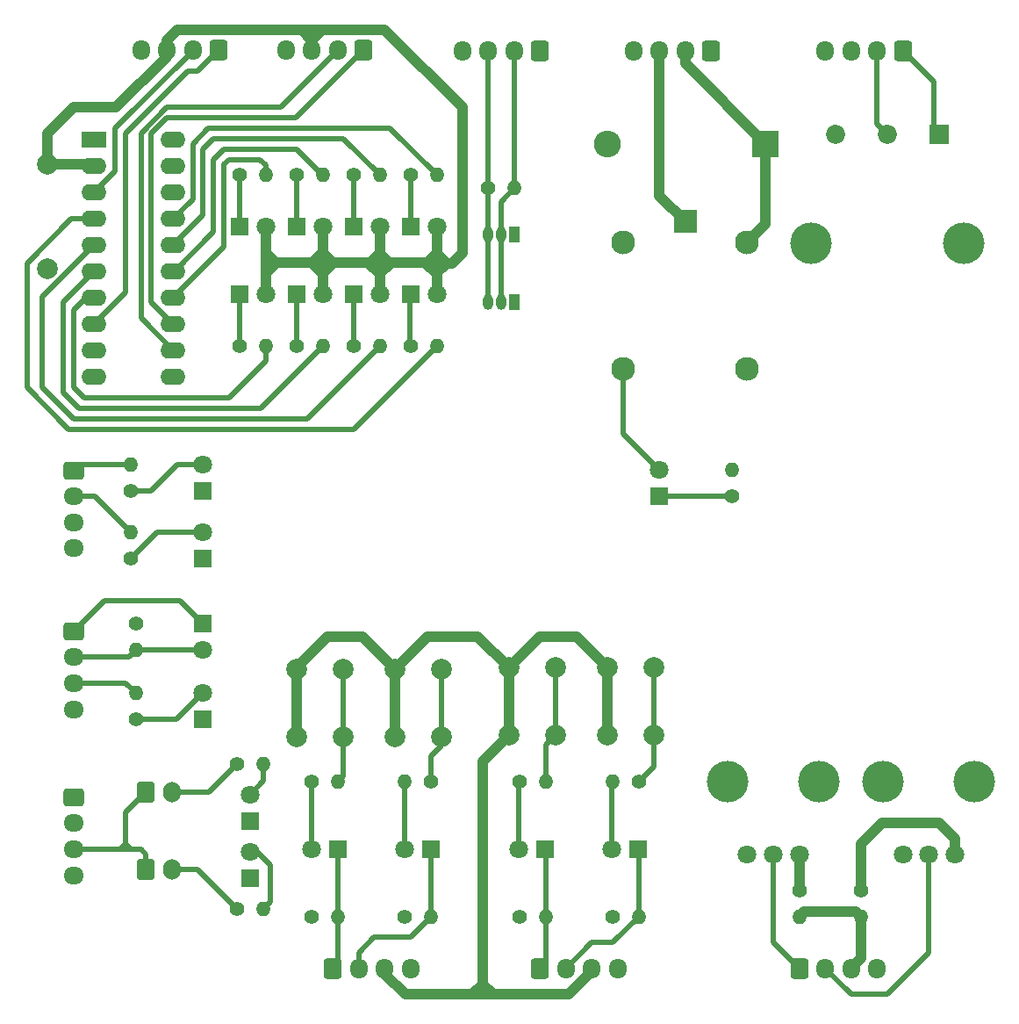
<source format=gtl>
G04 #@! TF.GenerationSoftware,KiCad,Pcbnew,(6.0.1)*
G04 #@! TF.CreationDate,2023-03-10T14:23:20+00:00*
G04 #@! TF.ProjectId,training_board_v02,74726169-6e69-46e6-975f-626f6172645f,rev?*
G04 #@! TF.SameCoordinates,Original*
G04 #@! TF.FileFunction,Copper,L1,Top*
G04 #@! TF.FilePolarity,Positive*
%FSLAX46Y46*%
G04 Gerber Fmt 4.6, Leading zero omitted, Abs format (unit mm)*
G04 Created by KiCad (PCBNEW (6.0.1)) date 2023-03-10 14:23:20*
%MOMM*%
%LPD*%
G01*
G04 APERTURE LIST*
G04 Aperture macros list*
%AMRoundRect*
0 Rectangle with rounded corners*
0 $1 Rounding radius*
0 $2 $3 $4 $5 $6 $7 $8 $9 X,Y pos of 4 corners*
0 Add a 4 corners polygon primitive as box body*
4,1,4,$2,$3,$4,$5,$6,$7,$8,$9,$2,$3,0*
0 Add four circle primitives for the rounded corners*
1,1,$1+$1,$2,$3*
1,1,$1+$1,$4,$5*
1,1,$1+$1,$6,$7*
1,1,$1+$1,$8,$9*
0 Add four rect primitives between the rounded corners*
20,1,$1+$1,$2,$3,$4,$5,0*
20,1,$1+$1,$4,$5,$6,$7,0*
20,1,$1+$1,$6,$7,$8,$9,0*
20,1,$1+$1,$8,$9,$2,$3,0*%
G04 Aperture macros list end*
G04 #@! TA.AperFunction,ComponentPad*
%ADD10R,1.800000X1.800000*%
G04 #@! TD*
G04 #@! TA.AperFunction,ComponentPad*
%ADD11C,1.800000*%
G04 #@! TD*
G04 #@! TA.AperFunction,ComponentPad*
%ADD12RoundRect,0.250000X-0.600000X-0.725000X0.600000X-0.725000X0.600000X0.725000X-0.600000X0.725000X0*%
G04 #@! TD*
G04 #@! TA.AperFunction,ComponentPad*
%ADD13O,1.700000X1.950000*%
G04 #@! TD*
G04 #@! TA.AperFunction,ComponentPad*
%ADD14RoundRect,0.250000X-0.725000X0.600000X-0.725000X-0.600000X0.725000X-0.600000X0.725000X0.600000X0*%
G04 #@! TD*
G04 #@! TA.AperFunction,ComponentPad*
%ADD15O,1.950000X1.700000*%
G04 #@! TD*
G04 #@! TA.AperFunction,ComponentPad*
%ADD16C,1.400000*%
G04 #@! TD*
G04 #@! TA.AperFunction,ComponentPad*
%ADD17O,1.400000X1.400000*%
G04 #@! TD*
G04 #@! TA.AperFunction,WasherPad*
%ADD18C,4.000000*%
G04 #@! TD*
G04 #@! TA.AperFunction,ComponentPad*
%ADD19C,2.000000*%
G04 #@! TD*
G04 #@! TA.AperFunction,ComponentPad*
%ADD20R,1.000000X1.500000*%
G04 #@! TD*
G04 #@! TA.AperFunction,ComponentPad*
%ADD21O,1.000000X1.500000*%
G04 #@! TD*
G04 #@! TA.AperFunction,ComponentPad*
%ADD22RoundRect,0.250000X0.600000X0.725000X-0.600000X0.725000X-0.600000X-0.725000X0.600000X-0.725000X0*%
G04 #@! TD*
G04 #@! TA.AperFunction,ComponentPad*
%ADD23R,2.300000X2.300000*%
G04 #@! TD*
G04 #@! TA.AperFunction,ComponentPad*
%ADD24C,2.300000*%
G04 #@! TD*
G04 #@! TA.AperFunction,ComponentPad*
%ADD25R,2.400000X1.600000*%
G04 #@! TD*
G04 #@! TA.AperFunction,ComponentPad*
%ADD26O,2.400000X1.600000*%
G04 #@! TD*
G04 #@! TA.AperFunction,ComponentPad*
%ADD27R,2.600000X2.600000*%
G04 #@! TD*
G04 #@! TA.AperFunction,ComponentPad*
%ADD28O,2.600000X2.600000*%
G04 #@! TD*
G04 #@! TA.AperFunction,ComponentPad*
%ADD29RoundRect,0.250000X-0.600000X-0.750000X0.600000X-0.750000X0.600000X0.750000X-0.600000X0.750000X0*%
G04 #@! TD*
G04 #@! TA.AperFunction,ComponentPad*
%ADD30O,1.700000X2.000000*%
G04 #@! TD*
G04 #@! TA.AperFunction,ComponentPad*
%ADD31R,1.850000X1.850000*%
G04 #@! TD*
G04 #@! TA.AperFunction,ComponentPad*
%ADD32C,1.850000*%
G04 #@! TD*
G04 #@! TA.AperFunction,Conductor*
%ADD33C,0.500000*%
G04 #@! TD*
G04 #@! TA.AperFunction,Conductor*
%ADD34C,1.000000*%
G04 #@! TD*
G04 APERTURE END LIST*
D10*
X98000000Y-103000000D03*
D11*
X95460000Y-103000000D03*
D10*
X77960000Y-103000000D03*
D11*
X75420000Y-103000000D03*
D10*
X56000000Y-90500000D03*
D11*
X56000000Y-87960000D03*
D10*
X56000000Y-68500000D03*
D11*
X56000000Y-65960000D03*
D10*
X56000000Y-75000000D03*
D11*
X56000000Y-72460000D03*
D10*
X69000000Y-103000000D03*
D11*
X66460000Y-103000000D03*
D10*
X59500000Y-43000000D03*
D11*
X62040000Y-43000000D03*
D10*
X65000000Y-43000000D03*
D11*
X67540000Y-43000000D03*
D10*
X70500000Y-43000000D03*
D11*
X73040000Y-43000000D03*
D10*
X76000000Y-43000000D03*
D11*
X78540000Y-43000000D03*
D10*
X60500000Y-100275000D03*
D11*
X60500000Y-97735000D03*
D10*
X60500000Y-105775000D03*
D11*
X60500000Y-103235000D03*
D10*
X59500000Y-49500000D03*
D11*
X62040000Y-49500000D03*
D10*
X65000000Y-49500000D03*
D11*
X67540000Y-49500000D03*
D10*
X70500000Y-49500000D03*
D11*
X73040000Y-49500000D03*
D10*
X76000000Y-49500000D03*
D11*
X78540000Y-49500000D03*
D12*
X88500000Y-114500000D03*
D13*
X91000000Y-114500000D03*
X93500000Y-114500000D03*
X96000000Y-114500000D03*
D12*
X68500000Y-114500000D03*
D13*
X71000000Y-114500000D03*
X73500000Y-114500000D03*
X76000000Y-114500000D03*
D14*
X43500000Y-82000000D03*
D15*
X43500000Y-84500000D03*
X43500000Y-87000000D03*
X43500000Y-89500000D03*
D14*
X43500000Y-66500000D03*
D15*
X43500000Y-69000000D03*
X43500000Y-71500000D03*
X43500000Y-74000000D03*
D12*
X113500000Y-114500000D03*
D13*
X116000000Y-114500000D03*
X118500000Y-114500000D03*
X121000000Y-114500000D03*
D16*
X98040000Y-96500000D03*
D17*
X95500000Y-96500000D03*
D16*
X86500000Y-96500000D03*
D17*
X89040000Y-96500000D03*
D16*
X78000000Y-96500000D03*
D17*
X75460000Y-96500000D03*
D16*
X49500000Y-81280000D03*
D17*
X49500000Y-83820000D03*
D16*
X49500000Y-90500000D03*
D17*
X49500000Y-87960000D03*
D16*
X49000000Y-68500000D03*
D17*
X49000000Y-65960000D03*
D16*
X49000000Y-75000000D03*
D17*
X49000000Y-72460000D03*
D16*
X95500000Y-109500000D03*
D17*
X98040000Y-109500000D03*
D16*
X75460000Y-109500000D03*
D17*
X78000000Y-109500000D03*
D16*
X66500000Y-109500000D03*
D17*
X69040000Y-109500000D03*
D16*
X66460000Y-96500000D03*
D17*
X69000000Y-96500000D03*
D16*
X86500000Y-109500000D03*
D17*
X89040000Y-109500000D03*
D16*
X59500000Y-38000000D03*
D17*
X62040000Y-38000000D03*
D16*
X65000000Y-38000000D03*
D17*
X67540000Y-38000000D03*
D16*
X70500000Y-38000000D03*
D17*
X73040000Y-38000000D03*
D16*
X76000000Y-38000000D03*
D17*
X78540000Y-38000000D03*
D16*
X113500000Y-107000000D03*
D17*
X113500000Y-109540000D03*
D16*
X83500000Y-39262500D03*
D17*
X86040000Y-39262500D03*
D16*
X107000000Y-69000000D03*
D17*
X107000000Y-66460000D03*
D16*
X59280000Y-108775000D03*
D17*
X61820000Y-108775000D03*
D16*
X59525000Y-54500000D03*
D17*
X62065000Y-54500000D03*
D16*
X65000000Y-54500000D03*
D17*
X67540000Y-54500000D03*
D16*
X70500000Y-54500000D03*
D17*
X73040000Y-54500000D03*
D16*
X76000000Y-54500000D03*
D17*
X78540000Y-54500000D03*
D18*
X106600000Y-96500000D03*
X115400000Y-96500000D03*
D11*
X113500000Y-103500000D03*
X111000000Y-103500000D03*
X108500000Y-103500000D03*
D19*
X95000000Y-92000000D03*
X95000000Y-85500000D03*
X99500000Y-85500000D03*
X99500000Y-92000000D03*
X85500000Y-85500000D03*
X85500000Y-92000000D03*
X90000000Y-92000000D03*
X90000000Y-85500000D03*
X74500000Y-85646000D03*
X74500000Y-92146000D03*
X79000000Y-92146000D03*
X79000000Y-85646000D03*
X65000000Y-92146000D03*
X65000000Y-85646000D03*
X69500000Y-92146000D03*
X69500000Y-85646000D03*
D20*
X86000000Y-43762500D03*
D21*
X84730000Y-43762500D03*
X83460000Y-43762500D03*
D20*
X86000000Y-50262500D03*
D21*
X84730000Y-50262500D03*
X83460000Y-50262500D03*
D22*
X88500000Y-26025000D03*
D13*
X86000000Y-26025000D03*
X83500000Y-26025000D03*
X81000000Y-26025000D03*
D10*
X89000000Y-103000000D03*
D11*
X86460000Y-103000000D03*
D10*
X100000000Y-68960000D03*
D11*
X100000000Y-66420000D03*
D22*
X57500000Y-25979000D03*
D13*
X55000000Y-25979000D03*
X52500000Y-25979000D03*
X50000000Y-25979000D03*
D22*
X71500000Y-25979000D03*
D13*
X69000000Y-25979000D03*
X66500000Y-25979000D03*
X64000000Y-25979000D03*
D22*
X105000000Y-26000000D03*
D13*
X102500000Y-26000000D03*
X100000000Y-26000000D03*
X97500000Y-26000000D03*
D16*
X59280000Y-94775000D03*
D17*
X61820000Y-94775000D03*
D23*
X102500000Y-42500000D03*
D24*
X96500000Y-44500000D03*
X96500000Y-56700000D03*
X108500000Y-56700000D03*
X108500000Y-44500000D03*
D25*
X45500000Y-34575000D03*
D26*
X45500000Y-37115000D03*
X45500000Y-39655000D03*
X45500000Y-42195000D03*
X45500000Y-44735000D03*
X45500000Y-47275000D03*
X45500000Y-49815000D03*
X45500000Y-52355000D03*
X45500000Y-54895000D03*
X45500000Y-57435000D03*
X53120000Y-57435000D03*
X53120000Y-54895000D03*
X53120000Y-52355000D03*
X53120000Y-49815000D03*
X53120000Y-47275000D03*
X53120000Y-44735000D03*
X53120000Y-42195000D03*
X53120000Y-39655000D03*
X53120000Y-37115000D03*
X53120000Y-34575000D03*
D14*
X43500000Y-98000000D03*
D15*
X43500000Y-100500000D03*
X43500000Y-103000000D03*
X43500000Y-105500000D03*
D27*
X110255000Y-35000000D03*
D28*
X95015000Y-35000000D03*
D22*
X123500000Y-26000000D03*
D13*
X121000000Y-26000000D03*
X118500000Y-26000000D03*
X116000000Y-26000000D03*
D19*
X41000000Y-47000000D03*
X41000000Y-37000000D03*
D29*
X50500000Y-104975000D03*
D30*
X53000000Y-104975000D03*
D10*
X56000000Y-81225000D03*
D11*
X56000000Y-83765000D03*
D18*
X130400000Y-96500000D03*
X121600000Y-96500000D03*
D11*
X128500000Y-103500000D03*
X126000000Y-103500000D03*
X123500000Y-103500000D03*
D29*
X50500000Y-97500000D03*
D30*
X53000000Y-97500000D03*
D18*
X114600000Y-44599999D03*
X129400000Y-44599999D03*
D31*
X127000000Y-34099999D03*
D32*
X122000000Y-34099999D03*
X117000000Y-34099999D03*
D16*
X119500000Y-107000000D03*
D17*
X119500000Y-109540000D03*
D33*
X91000000Y-114500000D02*
X93500000Y-112000000D01*
X93500000Y-112000000D02*
X95540000Y-112000000D01*
X98040000Y-109500000D02*
X98040000Y-103040000D01*
X95540000Y-112000000D02*
X98040000Y-109500000D01*
X98040000Y-103040000D02*
X98000000Y-103000000D01*
X89040000Y-103040000D02*
X89000000Y-103000000D01*
X89040000Y-113960000D02*
X89040000Y-109500000D01*
X89040000Y-109500000D02*
X89040000Y-103040000D01*
X88500000Y-114500000D02*
X89040000Y-113960000D01*
X86460000Y-96540000D02*
X86500000Y-96500000D01*
X86460000Y-103000000D02*
X86460000Y-96540000D01*
X76000000Y-111500000D02*
X78000000Y-109500000D01*
X78000000Y-103040000D02*
X77960000Y-103000000D01*
X71000000Y-113000000D02*
X72500000Y-111500000D01*
X78000000Y-109500000D02*
X78000000Y-103040000D01*
X72500000Y-111500000D02*
X76000000Y-111500000D01*
X71000000Y-114500000D02*
X71000000Y-113000000D01*
X75460000Y-96500000D02*
X75460000Y-102960000D01*
X75460000Y-102960000D02*
X75420000Y-103000000D01*
X49500000Y-90500000D02*
X53460000Y-90500000D01*
X53460000Y-90500000D02*
X56000000Y-87960000D01*
X53540000Y-65960000D02*
X56000000Y-65960000D01*
X49000000Y-68500000D02*
X51000000Y-68500000D01*
X51000000Y-68500000D02*
X53540000Y-65960000D01*
X51540000Y-72460000D02*
X56000000Y-72460000D01*
X49000000Y-75000000D02*
X51540000Y-72460000D01*
X69000000Y-103000000D02*
X69000000Y-109460000D01*
X69040000Y-109500000D02*
X69040000Y-113960000D01*
X69040000Y-113960000D02*
X68500000Y-114500000D01*
X69000000Y-109460000D02*
X69040000Y-109500000D01*
X66460000Y-96500000D02*
X66460000Y-103000000D01*
X59500000Y-38000000D02*
X59500000Y-43000000D01*
X70500000Y-38000000D02*
X70500000Y-43000000D01*
X61820000Y-94775000D02*
X61820000Y-96415000D01*
X61820000Y-96415000D02*
X60500000Y-97735000D01*
X43500000Y-87000000D02*
X48540000Y-87000000D01*
X48540000Y-87000000D02*
X49500000Y-87960000D01*
X60500000Y-103235000D02*
X61235000Y-103235000D01*
X61235000Y-103235000D02*
X62500000Y-104500000D01*
X62500000Y-108095000D02*
X61820000Y-108775000D01*
X62500000Y-104500000D02*
X62500000Y-108095000D01*
X59500000Y-49500000D02*
X59500000Y-54500000D01*
X65000000Y-49500000D02*
X65000000Y-54500000D01*
X70500000Y-49500000D02*
X70500000Y-54500000D01*
X49555000Y-83765000D02*
X49500000Y-83820000D01*
X56000000Y-83765000D02*
X49555000Y-83765000D01*
X48820000Y-84500000D02*
X49500000Y-83820000D01*
X43500000Y-84500000D02*
X48820000Y-84500000D01*
X43500000Y-82000000D02*
X46500000Y-79000000D01*
X46500000Y-79000000D02*
X53775000Y-79000000D01*
X53775000Y-79000000D02*
X56000000Y-81225000D01*
X43500000Y-66500000D02*
X44040000Y-65960000D01*
X44040000Y-65960000D02*
X49000000Y-65960000D01*
X43500000Y-69000000D02*
X45540000Y-69000000D01*
X45540000Y-69000000D02*
X49000000Y-72460000D01*
X111000000Y-112000000D02*
X111000000Y-103500000D01*
X113500000Y-114500000D02*
X111000000Y-112000000D01*
X118500000Y-117000000D02*
X122000000Y-117000000D01*
X116000000Y-114500000D02*
X118500000Y-117000000D01*
X122000000Y-117000000D02*
X126000000Y-113000000D01*
X126000000Y-113000000D02*
X126000000Y-103500000D01*
X48500000Y-34000000D02*
X48500000Y-49355000D01*
X57500000Y-25979000D02*
X55479000Y-28000000D01*
X55479000Y-28000000D02*
X54500000Y-28000000D01*
X48500000Y-49355000D02*
X45500000Y-52355000D01*
X54500000Y-28000000D02*
X48500000Y-34000000D01*
X52513956Y-32500000D02*
X64979000Y-32500000D01*
X64979000Y-32500000D02*
X71500000Y-25979000D01*
X51000000Y-34013956D02*
X52513956Y-32500000D01*
X53120000Y-52355000D02*
X51000000Y-50235000D01*
X51000000Y-50235000D02*
X51000000Y-34013956D01*
X99500000Y-95040000D02*
X99500000Y-92000000D01*
X99500000Y-85500000D02*
X99500000Y-92000000D01*
X98040000Y-96500000D02*
X99500000Y-95040000D01*
X90000000Y-92000000D02*
X90000000Y-85500000D01*
X89040000Y-96500000D02*
X89040000Y-92960000D01*
X89040000Y-92960000D02*
X90000000Y-92000000D01*
X84730000Y-43762500D02*
X84730000Y-50262500D01*
X86000000Y-26025000D02*
X86000000Y-39222500D01*
X86040000Y-39262500D02*
X84730000Y-40572500D01*
X86000000Y-39222500D02*
X86040000Y-39262500D01*
X84730000Y-40572500D02*
X84730000Y-43762500D01*
X95460000Y-103000000D02*
X95460000Y-96540000D01*
X95460000Y-96540000D02*
X95500000Y-96500000D01*
X96500000Y-56700000D02*
X96500000Y-62920000D01*
X96500000Y-62920000D02*
X100000000Y-66420000D01*
X106960000Y-68960000D02*
X107000000Y-69000000D01*
X100000000Y-68960000D02*
X106960000Y-68960000D01*
X55000000Y-26000000D02*
X47500000Y-33500000D01*
X47500000Y-33500000D02*
X47500000Y-37655000D01*
X47500000Y-37655000D02*
X45500000Y-39655000D01*
X55000000Y-25979000D02*
X55000000Y-26000000D01*
X50000000Y-34000000D02*
X50000000Y-51775000D01*
X52500000Y-31500000D02*
X50000000Y-34000000D01*
X50000000Y-51775000D02*
X53120000Y-54895000D01*
X69000000Y-25979000D02*
X63479000Y-31500000D01*
X63479000Y-31500000D02*
X52500000Y-31500000D01*
X65000000Y-38000000D02*
X65000000Y-42960000D01*
X76000000Y-38000000D02*
X76000000Y-43000000D01*
X79000000Y-92146000D02*
X79000000Y-85646000D01*
X78000000Y-96500000D02*
X78000000Y-94000000D01*
X79000000Y-93000000D02*
X79000000Y-92146000D01*
X78000000Y-94000000D02*
X79000000Y-93000000D01*
X69500000Y-96000000D02*
X69000000Y-96500000D01*
X69500000Y-85646000D02*
X69500000Y-96000000D01*
D34*
X102500000Y-27245000D02*
X110255000Y-35000000D01*
X102500000Y-26000000D02*
X102500000Y-27245000D01*
X110255000Y-42745000D02*
X108500000Y-44500000D01*
X110255000Y-35000000D02*
X110255000Y-42745000D01*
D33*
X75975000Y-49500000D02*
X75975000Y-54475000D01*
X75975000Y-54475000D02*
X76000000Y-54500000D01*
X58500000Y-36500000D02*
X61500000Y-36500000D01*
X58000000Y-37000000D02*
X58500000Y-36500000D01*
X53120000Y-49815000D02*
X58000000Y-44935000D01*
X58000000Y-44935000D02*
X58000000Y-37000000D01*
X61500000Y-36500000D02*
X62040000Y-37040000D01*
X62040000Y-37040000D02*
X62040000Y-38000000D01*
X53120000Y-47275000D02*
X53225000Y-47275000D01*
X65000000Y-35500000D02*
X67500000Y-38000000D01*
X57000000Y-43500000D02*
X57000000Y-36500000D01*
X53225000Y-47275000D02*
X57000000Y-43500000D01*
X58000000Y-35500000D02*
X65000000Y-35500000D01*
X57000000Y-36500000D02*
X58000000Y-35500000D01*
X53120000Y-44735000D02*
X56000000Y-41855000D01*
X56000000Y-35500000D02*
X57000000Y-34500000D01*
X56000000Y-41855000D02*
X56000000Y-35500000D01*
X69540000Y-34500000D02*
X73040000Y-38000000D01*
X57000000Y-34500000D02*
X69540000Y-34500000D01*
X56500000Y-33500000D02*
X74040000Y-33500000D01*
X55000000Y-35000000D02*
X56500000Y-33500000D01*
X55000000Y-40315000D02*
X55000000Y-35000000D01*
X53120000Y-42195000D02*
X55000000Y-40315000D01*
X74040000Y-33500000D02*
X78540000Y-38000000D01*
X62065000Y-55935000D02*
X62065000Y-54500000D01*
X58500000Y-59500000D02*
X62065000Y-55935000D01*
X45500000Y-49815000D02*
X44685000Y-49815000D01*
X43500000Y-58500000D02*
X44500000Y-59500000D01*
X44500000Y-59500000D02*
X58500000Y-59500000D01*
X43500000Y-51000000D02*
X43500000Y-58500000D01*
X44685000Y-49815000D02*
X43500000Y-51000000D01*
X44000000Y-60500000D02*
X61540000Y-60500000D01*
X42500000Y-59000000D02*
X44000000Y-60500000D01*
X42500000Y-50275000D02*
X42500000Y-59000000D01*
X61540000Y-60500000D02*
X67540000Y-54500000D01*
X45500000Y-47275000D02*
X42500000Y-50275000D01*
X40500000Y-58500000D02*
X40500000Y-49735000D01*
X66040000Y-61500000D02*
X43500000Y-61500000D01*
X73040000Y-54500000D02*
X66040000Y-61500000D01*
X40500000Y-49735000D02*
X45500000Y-44735000D01*
X43500000Y-61500000D02*
X40500000Y-58500000D01*
X39000000Y-46500000D02*
X39000000Y-58500000D01*
X45500000Y-42195000D02*
X43305000Y-42195000D01*
X43305000Y-42195000D02*
X39000000Y-46500000D01*
X39000000Y-58500000D02*
X43000000Y-62500000D01*
X43000000Y-62500000D02*
X70540000Y-62500000D01*
X70540000Y-62500000D02*
X78540000Y-54500000D01*
D34*
X113500000Y-107000000D02*
X113500000Y-103500000D01*
D33*
X126500000Y-29000000D02*
X123500000Y-26000000D01*
X127000000Y-34099999D02*
X126500000Y-33599999D01*
X126500000Y-33599999D02*
X126500000Y-29000000D01*
X122000000Y-34099999D02*
X121000000Y-33099999D01*
X121000000Y-33099999D02*
X121000000Y-26000000D01*
D34*
X119500000Y-102500000D02*
X121500000Y-100500000D01*
X121500000Y-100500000D02*
X127000000Y-100500000D01*
X128500000Y-102000000D02*
X128500000Y-103500000D01*
X127000000Y-100500000D02*
X128500000Y-102000000D01*
X119500000Y-107000000D02*
X119500000Y-102500000D01*
D33*
X48000000Y-103000000D02*
X48525000Y-103000000D01*
X48525000Y-99475000D02*
X50500000Y-97500000D01*
X48525000Y-102475000D02*
X48525000Y-102525000D01*
X43500000Y-103000000D02*
X48000000Y-103000000D01*
X50000000Y-103000000D02*
X50500000Y-103500000D01*
X49000000Y-103000000D02*
X50000000Y-103000000D01*
X48525000Y-103000000D02*
X49000000Y-103000000D01*
X48525000Y-102525000D02*
X49000000Y-103000000D01*
X50500000Y-103500000D02*
X50500000Y-104975000D01*
X48525000Y-102475000D02*
X48525000Y-99475000D01*
X48525000Y-103000000D02*
X48525000Y-102475000D01*
X48525000Y-102475000D02*
X48000000Y-103000000D01*
X53000000Y-97500000D02*
X56555000Y-97500000D01*
X56555000Y-97500000D02*
X59280000Y-94775000D01*
X55480000Y-104975000D02*
X59280000Y-108775000D01*
X53000000Y-104975000D02*
X55480000Y-104975000D01*
D34*
X100000000Y-40000000D02*
X102500000Y-42500000D01*
X100000000Y-26000000D02*
X100000000Y-40000000D01*
X114000000Y-109040000D02*
X113500000Y-109540000D01*
X119500000Y-109540000D02*
X119000000Y-109040000D01*
X119500000Y-113500000D02*
X119500000Y-109540000D01*
X119000000Y-109040000D02*
X114000000Y-109040000D01*
X118500000Y-114500000D02*
X119500000Y-113500000D01*
D33*
X83500000Y-50222500D02*
X83500000Y-26025000D01*
D34*
X83460000Y-50262500D02*
X83500000Y-50222500D01*
X52500000Y-25979000D02*
X52500000Y-25000000D01*
X77580000Y-46500000D02*
X78500000Y-45580000D01*
X45385000Y-37000000D02*
X45500000Y-37115000D01*
X62960000Y-46540000D02*
X62040000Y-47460000D01*
X81000000Y-31500000D02*
X81000000Y-45500000D01*
X67540000Y-45540000D02*
X68460000Y-46460000D01*
X73080000Y-45580000D02*
X74000000Y-46500000D01*
X74000000Y-46580000D02*
X73080000Y-47500000D01*
X65500000Y-24000000D02*
X66500000Y-25000000D01*
X62040000Y-45540000D02*
X62960000Y-46460000D01*
X78580000Y-45580000D02*
X79500000Y-46500000D01*
X62040000Y-43000000D02*
X62040000Y-45540000D01*
X80000000Y-46500000D02*
X79500000Y-46500000D01*
X66500000Y-25000000D02*
X67500000Y-24000000D01*
X78460000Y-46460000D02*
X62040000Y-46460000D01*
X68460000Y-46540000D02*
X67540000Y-47460000D01*
X67500000Y-24000000D02*
X73500000Y-24000000D01*
X62960000Y-46460000D02*
X62960000Y-46540000D01*
X73040000Y-43000000D02*
X73040000Y-49500000D01*
X67540000Y-43040000D02*
X67540000Y-46380000D01*
X72080000Y-46500000D02*
X73000000Y-45580000D01*
X78540000Y-49475000D02*
X78515000Y-49500000D01*
X62040000Y-45540000D02*
X62040000Y-46460000D01*
X66500000Y-25000000D02*
X66500000Y-26000000D01*
X79500000Y-46500000D02*
X78500000Y-46500000D01*
X41000000Y-34000000D02*
X41000000Y-37000000D01*
X78500000Y-47500000D02*
X77580000Y-46580000D01*
X66540000Y-46460000D02*
X67460000Y-45540000D01*
X67540000Y-46540000D02*
X67540000Y-49500000D01*
X52500000Y-25979000D02*
X52500000Y-26602000D01*
X62040000Y-46460000D02*
X62040000Y-47460000D01*
X66500000Y-25979000D02*
X66500000Y-25000000D01*
X67540000Y-46380000D02*
X67460000Y-46460000D01*
X78500000Y-45580000D02*
X78580000Y-45580000D01*
X81000000Y-45500000D02*
X80000000Y-46500000D01*
X67460000Y-47460000D02*
X66540000Y-46540000D01*
X67500000Y-24000000D02*
X65500000Y-24000000D01*
X52500000Y-25000000D02*
X53500000Y-24000000D01*
X73000000Y-47500000D02*
X72080000Y-46580000D01*
X52500000Y-26602000D02*
X47602000Y-31500000D01*
X78540000Y-43000000D02*
X78540000Y-49475000D01*
X78500000Y-46500000D02*
X78460000Y-46460000D01*
X41000000Y-37000000D02*
X45385000Y-37000000D01*
X43500000Y-31500000D02*
X41000000Y-34000000D01*
X53500000Y-24000000D02*
X65500000Y-24000000D01*
X73500000Y-24000000D02*
X81000000Y-31500000D01*
X78500000Y-47500000D02*
X79500000Y-46500000D01*
X47602000Y-31500000D02*
X43500000Y-31500000D01*
X62040000Y-47460000D02*
X62040000Y-49500000D01*
X83000000Y-116000000D02*
X84000000Y-117000000D01*
X82000000Y-117000000D02*
X83000000Y-116000000D01*
X77646000Y-82500000D02*
X82500000Y-82500000D01*
X82000000Y-117000000D02*
X84000000Y-117000000D01*
X65000000Y-85646000D02*
X65000000Y-85500000D01*
X88500000Y-82500000D02*
X92000000Y-82500000D01*
X95000000Y-85500000D02*
X95000000Y-92000000D01*
X74500000Y-85646000D02*
X74500000Y-92146000D01*
X91250000Y-117000000D02*
X93500000Y-114750000D01*
X83000000Y-117000000D02*
X83000000Y-116000000D01*
X71354000Y-82500000D02*
X74500000Y-85646000D01*
X92000000Y-82500000D02*
X95000000Y-85500000D01*
X82500000Y-82500000D02*
X85500000Y-85500000D01*
X83000000Y-116000000D02*
X83000000Y-94500000D01*
X85500000Y-92000000D02*
X85500000Y-85500000D01*
X65000000Y-85500000D02*
X68000000Y-82500000D01*
X68000000Y-82500000D02*
X71354000Y-82500000D01*
X73500000Y-115000000D02*
X75500000Y-117000000D01*
X73500000Y-114500000D02*
X73500000Y-115000000D01*
X85500000Y-85500000D02*
X88500000Y-82500000D01*
X74500000Y-85646000D02*
X77646000Y-82500000D01*
X83000000Y-94500000D02*
X85500000Y-92000000D01*
X84000000Y-117000000D02*
X91250000Y-117000000D01*
X75500000Y-117000000D02*
X82000000Y-117000000D01*
X65000000Y-85646000D02*
X65000000Y-92146000D01*
X93500000Y-114750000D02*
X93500000Y-114500000D01*
M02*

</source>
